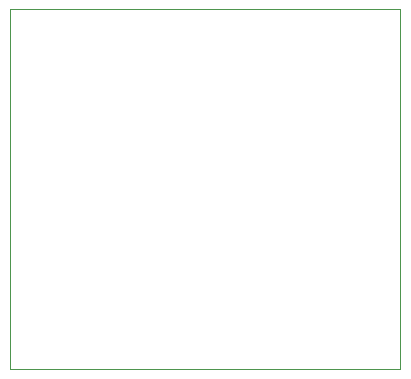
<source format=gbr>
%TF.GenerationSoftware,KiCad,Pcbnew,7.0.7*%
%TF.CreationDate,2023-10-19T21:28:01-04:00*%
%TF.ProjectId,BNO055,424e4f30-3535-42e6-9b69-6361645f7063,rev?*%
%TF.SameCoordinates,Original*%
%TF.FileFunction,Profile,NP*%
%FSLAX46Y46*%
G04 Gerber Fmt 4.6, Leading zero omitted, Abs format (unit mm)*
G04 Created by KiCad (PCBNEW 7.0.7) date 2023-10-19 21:28:01*
%MOMM*%
%LPD*%
G01*
G04 APERTURE LIST*
%TA.AperFunction,Profile*%
%ADD10C,0.100000*%
%TD*%
G04 APERTURE END LIST*
D10*
X132080000Y-81280000D02*
X165100000Y-81280000D01*
X165100000Y-111760000D01*
X132080000Y-111760000D01*
X132080000Y-81280000D01*
M02*

</source>
